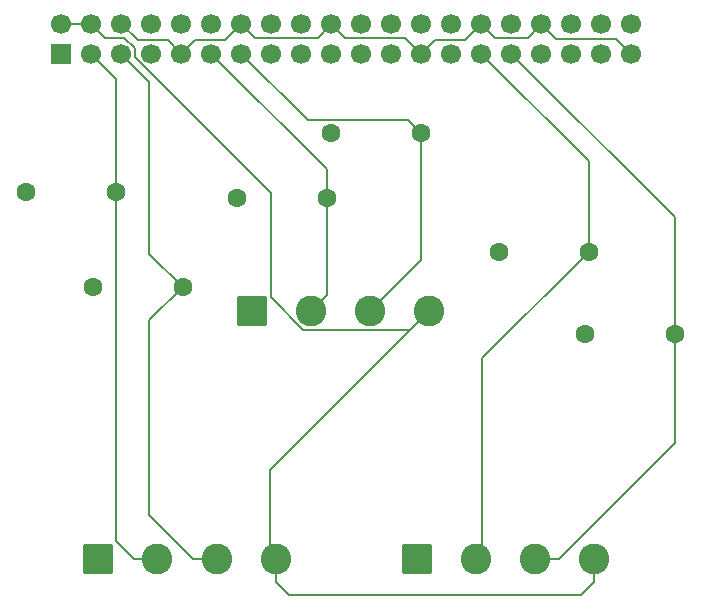
<source format=gtl>
G04 #@! TF.GenerationSoftware,KiCad,Pcbnew,9.0.7*
G04 #@! TF.CreationDate,2026-01-15T18:53:01-08:00*
G04 #@! TF.ProjectId,encoders,656e636f-6465-4727-932e-6b696361645f,rev?*
G04 #@! TF.SameCoordinates,Original*
G04 #@! TF.FileFunction,Copper,L1,Top*
G04 #@! TF.FilePolarity,Positive*
%FSLAX46Y46*%
G04 Gerber Fmt 4.6, Leading zero omitted, Abs format (unit mm)*
G04 Created by KiCad (PCBNEW 9.0.7) date 2026-01-15 18:53:01*
%MOMM*%
%LPD*%
G01*
G04 APERTURE LIST*
G04 Aperture macros list*
%AMRoundRect*
0 Rectangle with rounded corners*
0 $1 Rounding radius*
0 $2 $3 $4 $5 $6 $7 $8 $9 X,Y pos of 4 corners*
0 Add a 4 corners polygon primitive as box body*
4,1,4,$2,$3,$4,$5,$6,$7,$8,$9,$2,$3,0*
0 Add four circle primitives for the rounded corners*
1,1,$1+$1,$2,$3*
1,1,$1+$1,$4,$5*
1,1,$1+$1,$6,$7*
1,1,$1+$1,$8,$9*
0 Add four rect primitives between the rounded corners*
20,1,$1+$1,$2,$3,$4,$5,0*
20,1,$1+$1,$4,$5,$6,$7,0*
20,1,$1+$1,$6,$7,$8,$9,0*
20,1,$1+$1,$8,$9,$2,$3,0*%
G04 Aperture macros list end*
G04 #@! TA.AperFunction,ComponentPad*
%ADD10RoundRect,0.250000X-1.050000X-1.050000X1.050000X-1.050000X1.050000X1.050000X-1.050000X1.050000X0*%
G04 #@! TD*
G04 #@! TA.AperFunction,ComponentPad*
%ADD11C,2.600000*%
G04 #@! TD*
G04 #@! TA.AperFunction,ComponentPad*
%ADD12C,1.600000*%
G04 #@! TD*
G04 #@! TA.AperFunction,ComponentPad*
%ADD13R,1.700000X1.700000*%
G04 #@! TD*
G04 #@! TA.AperFunction,ComponentPad*
%ADD14C,1.700000*%
G04 #@! TD*
G04 #@! TA.AperFunction,Conductor*
%ADD15C,0.200000*%
G04 #@! TD*
G04 APERTURE END LIST*
D10*
X111500000Y-91500000D03*
D11*
X116500000Y-91500000D03*
X121500000Y-91500000D03*
X126500000Y-91500000D03*
D12*
X105380000Y-60500000D03*
X113000000Y-60500000D03*
X145380000Y-65500000D03*
X153000000Y-65500000D03*
X123190000Y-61000000D03*
X130810000Y-61000000D03*
D10*
X124500000Y-70500000D03*
D11*
X129500000Y-70500000D03*
X134500000Y-70500000D03*
X139500000Y-70500000D03*
D12*
X131190000Y-55500000D03*
X138810000Y-55500000D03*
D10*
X138500000Y-91500000D03*
D11*
X143500000Y-91500000D03*
X148500000Y-91500000D03*
X153500000Y-91500000D03*
D12*
X111000000Y-68500000D03*
X118620000Y-68500000D03*
X152690000Y-72500000D03*
X160310000Y-72500000D03*
D13*
X108370000Y-48770000D03*
D14*
X108370000Y-46230000D03*
X110910000Y-48770000D03*
X110910000Y-46230000D03*
X113450000Y-48770000D03*
X113450000Y-46230000D03*
X115990000Y-48770000D03*
X115990000Y-46230000D03*
X118530000Y-48770000D03*
X118530000Y-46230000D03*
X121070000Y-48770000D03*
X121070000Y-46230000D03*
X123610000Y-48770000D03*
X123610000Y-46230000D03*
X126150000Y-48770000D03*
X126150000Y-46230000D03*
X128690000Y-48770000D03*
X128690000Y-46230000D03*
X131230000Y-48770000D03*
X131230000Y-46230000D03*
X133770000Y-48770000D03*
X133770000Y-46230000D03*
X136310000Y-48770000D03*
X136310000Y-46230000D03*
X138850000Y-48770000D03*
X138850000Y-46230000D03*
X141390000Y-48770000D03*
X141390000Y-46230000D03*
X143930000Y-48770000D03*
X143930000Y-46230000D03*
X146470000Y-48770000D03*
X146470000Y-46230000D03*
X149010000Y-48770000D03*
X149010000Y-46230000D03*
X151550000Y-48770000D03*
X151550000Y-46230000D03*
X154090000Y-48770000D03*
X154090000Y-46230000D03*
X156630000Y-48770000D03*
X156630000Y-46230000D03*
D15*
X137461000Y-47381000D02*
X138850000Y-48770000D01*
X155360000Y-47500000D02*
X156630000Y-48770000D01*
X131230000Y-46230000D02*
X132381000Y-47381000D01*
X140001000Y-47619000D02*
X142541000Y-47619000D01*
X117379000Y-47619000D02*
X118530000Y-48770000D01*
X142541000Y-47619000D02*
X143930000Y-46230000D01*
X118530000Y-48770000D02*
X119681000Y-47619000D01*
X138850000Y-48770000D02*
X140001000Y-47619000D01*
X124761000Y-47381000D02*
X130079000Y-47381000D01*
X143930000Y-46230000D02*
X145081000Y-47381000D01*
X119681000Y-47619000D02*
X122221000Y-47619000D01*
X149010000Y-46230000D02*
X150280000Y-47500000D01*
X130079000Y-47381000D02*
X131230000Y-46230000D01*
X114839000Y-47619000D02*
X117379000Y-47619000D01*
X150280000Y-47500000D02*
X155360000Y-47500000D01*
X113450000Y-46230000D02*
X114839000Y-47619000D01*
X147859000Y-47381000D02*
X149010000Y-46230000D01*
X145081000Y-47381000D02*
X147859000Y-47381000D01*
X123610000Y-46230000D02*
X124761000Y-47381000D01*
X132381000Y-47381000D02*
X137461000Y-47381000D01*
X122221000Y-47619000D02*
X123610000Y-46230000D01*
X113000000Y-90000000D02*
X114500000Y-91500000D01*
X113000000Y-50860000D02*
X113000000Y-60500000D01*
X110910000Y-48770000D02*
X113000000Y-50860000D01*
X114500000Y-91500000D02*
X116500000Y-91500000D01*
X113000000Y-60500000D02*
X113000000Y-90000000D01*
X113450000Y-48770000D02*
X115810000Y-51130000D01*
X115810000Y-65690000D02*
X118620000Y-68500000D01*
X115810000Y-87810000D02*
X119500000Y-91500000D01*
X119500000Y-91500000D02*
X121500000Y-91500000D01*
X118620000Y-68500000D02*
X115810000Y-71310000D01*
X115810000Y-51130000D02*
X115810000Y-65690000D01*
X115810000Y-71310000D02*
X115810000Y-87810000D01*
X130810000Y-69190000D02*
X129500000Y-70500000D01*
X121070000Y-48770000D02*
X130810000Y-58510000D01*
X130810000Y-61000000D02*
X130810000Y-69190000D01*
X130810000Y-58510000D02*
X130810000Y-61000000D01*
X138810000Y-55500000D02*
X138810000Y-66190000D01*
X137709000Y-54399000D02*
X138810000Y-55500000D01*
X123610000Y-48770000D02*
X129239000Y-54399000D01*
X129239000Y-54399000D02*
X137709000Y-54399000D01*
X138810000Y-66190000D02*
X134500000Y-70500000D01*
X144000000Y-74500000D02*
X144000000Y-91000000D01*
X153000000Y-57840000D02*
X153000000Y-65500000D01*
X144000000Y-91000000D02*
X143500000Y-91500000D01*
X153000000Y-65500000D02*
X144000000Y-74500000D01*
X143930000Y-48770000D02*
X153000000Y-57840000D01*
X160310000Y-62610000D02*
X160310000Y-72500000D01*
X150500000Y-91500000D02*
X148500000Y-91500000D01*
X160310000Y-81690000D02*
X150500000Y-91500000D01*
X146470000Y-48770000D02*
X160310000Y-62610000D01*
X160310000Y-72500000D02*
X160310000Y-81690000D01*
X137899000Y-72101000D02*
X128836844Y-72101000D01*
X126500000Y-93500000D02*
X126500000Y-91500000D01*
X153500000Y-91500000D02*
X153500000Y-93500000D01*
X139500000Y-70500000D02*
X137899000Y-72101000D01*
X126101000Y-60508760D02*
X114601000Y-49008760D01*
X126000000Y-91000000D02*
X126000000Y-84000000D01*
X126101000Y-69365156D02*
X126101000Y-60508760D01*
X128836844Y-72101000D02*
X126101000Y-69365156D01*
X110910000Y-46230000D02*
X108370000Y-46230000D01*
X152399000Y-94601000D02*
X127601000Y-94601000D01*
X153500000Y-93500000D02*
X152399000Y-94601000D01*
X126500000Y-91500000D02*
X126000000Y-91000000D01*
X127601000Y-94601000D02*
X126500000Y-93500000D01*
X113688760Y-47381000D02*
X112061000Y-47381000D01*
X112061000Y-47381000D02*
X110910000Y-46230000D01*
X114601000Y-48293240D02*
X113688760Y-47381000D01*
X114601000Y-49008760D02*
X114601000Y-48293240D01*
X126000000Y-84000000D02*
X139500000Y-70500000D01*
M02*

</source>
